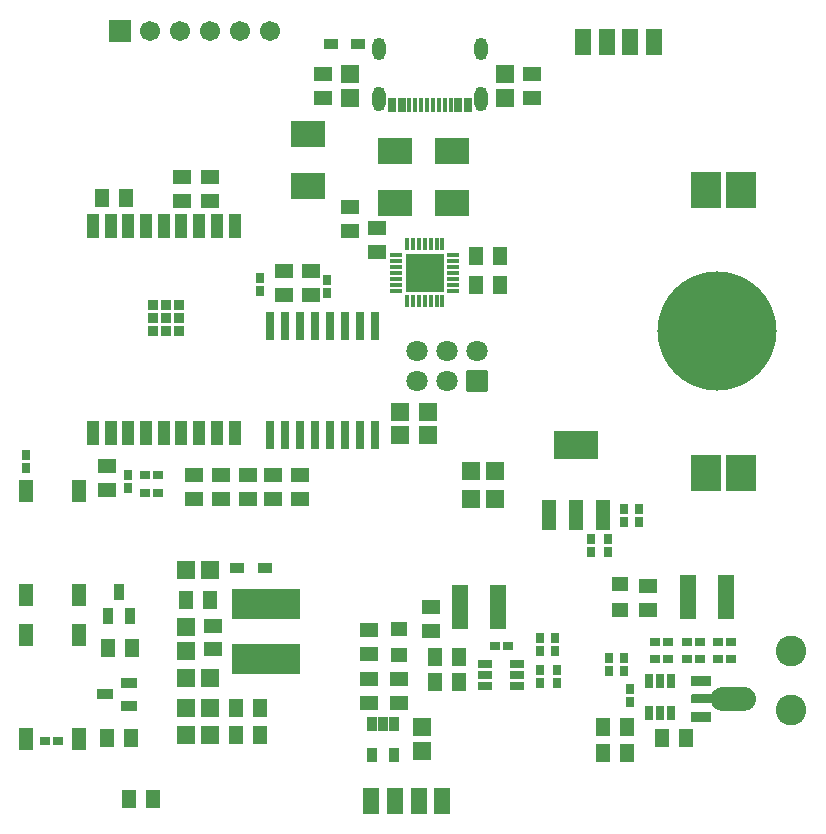
<source format=gts>
G04 Layer: TopSolderMaskLayer*
G04 EasyEDA v6.5.51, 2025-09-17 03:24:35*
G04 4f8a5b0b326d43f2b3a6dc604e954ae0,d57bd40a603b42be9e37e0d49851eb9c,10*
G04 Gerber Generator version 0.2*
G04 Scale: 100 percent, Rotated: No, Reflected: No *
G04 Dimensions in millimeters *
G04 leading zeros omitted , absolute positions ,4 integer and 5 decimal *
%FSLAX45Y45*%
%MOMM*%

%AMMACRO1*4,1,8,-0.8709,-0.9007,-0.9007,-0.8709,-0.9007,0.8709,-0.8709,0.9007,0.8709,0.9007,0.9007,0.8709,0.9007,-0.8709,0.8709,-0.9007,-0.8709,-0.9007,0*%
%AMMACRO2*4,1,8,-1.2707,-1.55,-1.3,-1.5207,-1.3,1.5207,-1.2707,1.55,1.2707,1.55,1.3,1.5207,1.3,-1.5207,1.2707,-1.55,-1.2707,-1.55,0*%
%AMMACRO3*4,1,8,-0.6961,-0.7558,-0.7258,-0.726,-0.7258,0.7261,-0.6961,0.7558,0.696,0.7558,0.7258,0.7261,0.7258,-0.726,0.696,-0.7558,-0.6961,-0.7558,0*%
%AMMACRO4*4,1,8,-0.7261,-0.7258,-0.7558,-0.696,-0.7558,0.6961,-0.7261,0.7258,0.726,0.7258,0.7558,0.6961,0.7558,-0.696,0.726,-0.7258,-0.7261,-0.7258,0*%
%AMMACRO5*4,1,8,-0.5211,-0.4258,-0.5508,-0.396,-0.5508,0.3961,-0.5211,0.4258,0.521,0.4258,0.5508,0.3961,0.5508,-0.396,0.521,-0.4258,-0.5211,-0.4258,0*%
%AMMACRO6*4,1,8,-1.3927,-1.1303,-1.4224,-1.1005,-1.4224,1.1006,-1.3927,1.1303,1.3926,1.1303,1.4224,1.1006,1.4224,-1.1005,1.3926,-1.1303,-1.3927,-1.1303,0*%
%AMMACRO7*4,1,8,-0.6711,-1.9008,-0.7008,-1.871,-0.7008,1.8711,-0.6711,1.9008,0.671,1.9008,0.7008,1.8711,0.7008,-1.871,0.671,-1.9008,-0.6711,-1.9008,0*%
%AMMACRO8*4,1,8,-0.9211,-0.9508,-0.9508,-0.921,-0.9508,0.9211,-0.9211,0.9508,0.921,0.9508,0.9508,0.9211,0.9508,-0.921,0.921,-0.9508,-0.9211,-0.9508,0*%
%AMMACRO9*4,1,8,-0.3711,-0.6758,-0.4008,-0.646,-0.4008,0.646,-0.3711,0.6758,0.371,0.6758,0.4008,0.646,0.4008,-0.646,0.371,-0.6758,-0.3711,-0.6758,0*%
%AMMACRO10*4,1,8,-0.646,-0.4008,-0.6758,-0.371,-0.6758,0.3711,-0.646,0.4008,0.646,0.4008,0.6758,0.3711,0.6758,-0.371,0.646,-0.4008,-0.646,-0.4008,0*%
%AMMACRO11*4,1,8,-0.7095,-0.6171,-0.7393,-0.5873,-0.7393,0.5873,-0.7095,0.6171,0.7095,0.6171,0.7393,0.5873,0.7393,-0.5873,0.7095,-0.6171,-0.7095,-0.6171,0*%
%AMMACRO12*4,1,8,-0.5873,-0.7393,-0.6171,-0.7095,-0.6171,0.7095,-0.5873,0.7393,0.5873,0.7393,0.6171,0.7095,0.6171,-0.7095,0.5873,-0.7393,-0.5873,-0.7393,0*%
%AMMACRO13*4,1,8,-0.6205,-1.1303,-0.6502,-1.1005,-0.6502,1.1006,-0.6205,1.1303,0.6205,1.1303,0.6502,1.1006,0.6502,-1.1005,0.6205,-1.1303,-0.6205,-1.1303,0*%
%AMMACRO14*4,1,8,-0.2911,-0.4458,-0.3208,-0.4161,-0.3208,0.4161,-0.2911,0.4458,0.291,0.4458,0.3208,0.4161,0.3208,-0.4161,0.291,-0.4458,-0.2911,-0.4458,0*%
%AMMACRO15*4,1,8,-0.4161,-0.3208,-0.4458,-0.291,-0.4458,0.2911,-0.4161,0.3208,0.4161,0.3208,0.4458,0.2911,0.4458,-0.291,0.4161,-0.3208,-0.4161,-0.3208,0*%
%AMMACRO16*4,1,8,-0.3211,-0.601,-0.351,-0.5711,-0.351,0.5711,-0.3211,0.601,0.3211,0.601,0.351,0.5711,0.351,-0.5711,0.3211,-0.601,-0.3211,-0.601,0*%
%AMMACRO17*4,1,8,-0.5711,-0.351,-0.601,-0.3211,-0.601,0.3211,-0.5711,0.351,0.5711,0.351,0.601,0.3211,0.601,-0.3211,0.5711,-0.351,-0.5711,-0.351,0*%
%AMMACRO18*4,1,8,-0.3711,-0.6008,-0.4008,-0.571,-0.4008,0.5711,-0.3711,0.6008,0.371,0.6008,0.4008,0.5711,0.4008,-0.571,0.371,-0.6008,-0.3711,-0.6008,0*%
%AMMACRO19*4,1,8,-0.5207,-1.05,-0.55,-1.0207,-0.55,1.0207,-0.5207,1.05,0.5207,1.05,0.55,1.0207,0.55,-1.0207,0.5207,-1.05,-0.5207,-1.05,0*%
%AMMACRO20*4,1,8,-0.3707,-0.4,-0.4,-0.3707,-0.4,0.3707,-0.3707,0.4,0.3707,0.4,0.4,0.3707,0.4,-0.3707,0.3707,-0.4,-0.3707,-0.4,0*%
%AMMACRO21*4,1,8,-0.646,-0.5508,-0.6758,-0.521,-0.6758,0.5211,-0.646,0.5508,0.646,0.5508,0.6758,0.5211,0.6758,-0.521,0.646,-0.5508,-0.646,-0.5508,0*%
%AMMACRO22*4,1,8,-0.3208,-1.1506,-0.3505,-1.1209,-0.3505,1.1209,-0.3208,1.1506,0.3208,1.1506,0.3505,1.1209,0.3505,-1.1209,0.3208,-1.1506,-0.3208,-1.1506,0*%
%AMMACRO23*4,1,8,-1.5961,-1.6258,-1.6258,-1.596,-1.6258,1.5961,-1.5961,1.6258,1.596,1.6258,1.6258,1.5961,1.6258,-1.596,1.596,-1.6258,-1.5961,-1.6258,0*%
%AMMACRO24*4,1,8,-0.8086,-0.3868,-0.8383,-0.357,-0.8383,0.357,-0.8086,0.3868,0.8085,0.3868,0.8383,0.357,0.8383,-0.357,0.8085,-0.3868,-0.8086,-0.3868,0*%
%AMMACRO25*4,1,8,-0.2711,-0.6208,-0.3008,-0.591,-0.3008,0.5911,-0.2711,0.6208,0.271,0.6208,0.3008,0.5911,0.3008,-0.591,0.271,-0.6208,-0.2711,-0.6208,0*%
%AMMACRO26*4,1,8,-0.1711,-0.6208,-0.2008,-0.591,-0.2008,0.5911,-0.1711,0.6208,0.171,0.6208,0.2008,0.5911,0.2008,-0.591,0.171,-0.6208,-0.1711,-0.6208,0*%
%AMMACRO27*4,1,8,-0.5711,-1.3008,-0.6008,-1.271,-0.6008,1.2711,-0.5711,1.3008,0.571,1.3008,0.6008,1.2711,0.6008,-1.271,0.571,-1.3008,-0.5711,-1.3008,0*%
%AMMACRO28*4,1,8,-1.8211,-1.2208,-1.8508,-1.191,-1.8508,1.1911,-1.8211,1.2208,1.821,1.2208,1.8508,1.1911,1.8508,-1.191,1.821,-1.2208,-1.8211,-1.2208,0*%
%AMMACRO29*4,1,8,-0.5211,-0.9508,-0.5508,-0.921,-0.5508,0.9211,-0.5211,0.9508,0.521,0.9508,0.5508,0.9211,0.5508,-0.921,0.521,-0.9508,-0.5211,-0.9508,0*%
%AMMACRO30*4,1,8,-2.8711,-1.3008,-2.9008,-1.271,-2.9008,1.2711,-2.8711,1.3008,2.871,1.3008,2.9008,1.2711,2.9008,-1.271,2.871,-1.3008,-2.8711,-1.3008,0*%
%ADD10C,1.8016*%
%ADD11MACRO1*%
%ADD12MACRO2*%
%ADD13C,10.1000*%
%ADD14MACRO3*%
%ADD15MACRO4*%
%ADD16C,0.0151*%
%ADD17C,2.6016*%
%ADD18MACRO5*%
%ADD19MACRO6*%
%ADD20MACRO7*%
%ADD21C,1.7016*%
%ADD22MACRO8*%
%ADD23MACRO9*%
%ADD24MACRO10*%
%ADD25MACRO11*%
%ADD26MACRO12*%
%ADD27MACRO13*%
%ADD28MACRO14*%
%ADD29MACRO15*%
%ADD30MACRO16*%
%ADD31MACRO17*%
%ADD32MACRO18*%
%ADD33MACRO19*%
%ADD34MACRO20*%
%ADD35MACRO21*%
%ADD36MACRO22*%
%ADD37O,0.38161X1.051611*%
%ADD38O,1.051611X0.38161*%
%ADD39MACRO23*%
%ADD40MACRO24*%
%ADD41MACRO25*%
%ADD42MACRO26*%
%ADD43O,1.101598X2.101596*%
%ADD44O,1.101598X1.901596*%
%ADD45MACRO27*%
%ADD46MACRO28*%
%ADD47MACRO29*%
%ADD48MACRO30*%

%LPD*%
D10*
G01*
X3517900Y-2895600D03*
G01*
X3517900Y-3149600D03*
G01*
X3771900Y-2895600D03*
G01*
X3771900Y-3149600D03*
G01*
X4025900Y-2895600D03*
D11*
G01*
X4025900Y-3149600D03*
D12*
G01*
X6258712Y-1530499D03*
D13*
G01*
X6057925Y-2730500D03*
D12*
G01*
X5958713Y-1530499D03*
G01*
X5958713Y-3930500D03*
G01*
X6258712Y-3930500D03*
D14*
G01*
X4260217Y-554685D03*
G01*
X4260217Y-754689D03*
G01*
X2952117Y-554685D03*
G01*
X2952117Y-754689D03*
D15*
G01*
X1563697Y-4749800D03*
G01*
X1763702Y-4749800D03*
D14*
G01*
X3556000Y-6084897D03*
G01*
X3556000Y-6284902D03*
G01*
X3613144Y-3611547D03*
G01*
X3613144Y-3411542D03*
G01*
X3371844Y-3611547D03*
G01*
X3371844Y-3411542D03*
D15*
G01*
X3976697Y-4152900D03*
G01*
X4176702Y-4152900D03*
G01*
X3976697Y-3911600D03*
G01*
X4176702Y-3911600D03*
G01*
X1563697Y-6146800D03*
G01*
X1763702Y-6146800D03*
G01*
X1563697Y-5918200D03*
G01*
X1763702Y-5918200D03*
G01*
X1563697Y-5664200D03*
G01*
X1763702Y-5664200D03*
D14*
G01*
X1562100Y-5434002D03*
G01*
X1562100Y-5233997D03*
D17*
G01*
X6680200Y-5439613D03*
G01*
X6680200Y-5939612D03*
D18*
G01*
X2225455Y-4737100D03*
G01*
X1990949Y-4737100D03*
G01*
X3018572Y-299087D03*
G01*
X2784067Y-299087D03*
D19*
G01*
X3810007Y-1201419D03*
G01*
X3810007Y-1643380D03*
G01*
X3327407Y-1201419D03*
G01*
X3327407Y-1643380D03*
D20*
G01*
X4198600Y-5067300D03*
G01*
X3878599Y-5067300D03*
D21*
G01*
X2273300Y-190500D03*
G01*
X2019300Y-190500D03*
G01*
X1765300Y-190500D03*
G01*
X1511300Y-190500D03*
G01*
X1257300Y-190500D03*
D22*
G01*
X1003300Y-190500D03*
D23*
G01*
X895603Y-5141899D03*
G01*
X1085594Y-5141899D03*
G01*
X990598Y-4941900D03*
D24*
G01*
X1077899Y-5898896D03*
G01*
X1077899Y-5708905D03*
G01*
X877900Y-5803901D03*
D25*
G01*
X2082800Y-4151304D03*
G01*
X2082800Y-3951295D03*
G01*
X1625600Y-3951295D03*
G01*
X1625600Y-4151304D03*
D26*
G01*
X903295Y-5410200D03*
G01*
X1103304Y-5410200D03*
D25*
G01*
X3111500Y-5678495D03*
G01*
X3111500Y-5878504D03*
D26*
G01*
X5294304Y-6299200D03*
G01*
X5094295Y-6299200D03*
D25*
G01*
X889000Y-3875095D03*
G01*
X889000Y-4075104D03*
D26*
G01*
X1090604Y-6172200D03*
G01*
X890595Y-6172200D03*
D25*
G01*
X5473700Y-5091104D03*
G01*
X5473700Y-4891095D03*
G01*
X3365500Y-5878504D03*
G01*
X3365500Y-5678495D03*
G01*
X1524000Y-1423995D03*
G01*
X1524000Y-1624004D03*
D26*
G01*
X5789604Y-6172200D03*
G01*
X5589595Y-6172200D03*
D25*
G01*
X1765300Y-1423995D03*
G01*
X1765300Y-1624004D03*
D26*
G01*
X5294304Y-6083300D03*
G01*
X5094295Y-6083300D03*
D25*
G01*
X2723517Y-554682D03*
G01*
X2723517Y-754692D03*
G01*
X4488817Y-754692D03*
G01*
X4488817Y-554682D03*
D26*
G01*
X1052504Y-1600200D03*
G01*
X852495Y-1600200D03*
D25*
G01*
X2298700Y-3951295D03*
G01*
X2298700Y-4151304D03*
G01*
X1854200Y-4151304D03*
G01*
X1854200Y-3951295D03*
G01*
X2527300Y-3951295D03*
G01*
X2527300Y-4151304D03*
D26*
G01*
X4214804Y-2095500D03*
G01*
X4014795Y-2095500D03*
G01*
X4214804Y-2336800D03*
G01*
X4014795Y-2336800D03*
D25*
G01*
X3632200Y-5268904D03*
G01*
X3632200Y-5068895D03*
G01*
X3175000Y-2055804D03*
G01*
X3175000Y-1855795D03*
G01*
X3111500Y-5259395D03*
G01*
X3111500Y-5459404D03*
D26*
G01*
X3671895Y-5702300D03*
G01*
X3871904Y-5702300D03*
D25*
G01*
X2946400Y-1878004D03*
G01*
X2946400Y-1677995D03*
D26*
G01*
X3871904Y-5486400D03*
G01*
X3671895Y-5486400D03*
D25*
G01*
X2387600Y-2424104D03*
G01*
X2387600Y-2224095D03*
D26*
G01*
X1281104Y-6692900D03*
G01*
X1081095Y-6692900D03*
D25*
G01*
X2616200Y-2224095D03*
G01*
X2616200Y-2424104D03*
D26*
G01*
X1982795Y-5918200D03*
G01*
X2182804Y-5918200D03*
G01*
X1982795Y-6146800D03*
G01*
X2182804Y-6146800D03*
D25*
G01*
X1784611Y-5224058D03*
G01*
X1784611Y-5424068D03*
D26*
G01*
X1763704Y-5003800D03*
G01*
X1563695Y-5003800D03*
D27*
G01*
X3129280Y-6705600D03*
G01*
X3329939Y-6705600D03*
G01*
X3530600Y-6705600D03*
G01*
X3728719Y-6705600D03*
G01*
X4919980Y-279400D03*
G01*
X5120639Y-279400D03*
G01*
X5321300Y-279400D03*
G01*
X5519419Y-279400D03*
D28*
G01*
X5321300Y-5762094D03*
G01*
X5321300Y-5871105D03*
D29*
G01*
X1324505Y-3949700D03*
G01*
X1215494Y-3949700D03*
G01*
X1324505Y-4102100D03*
G01*
X1215494Y-4102100D03*
G01*
X5533494Y-5359400D03*
G01*
X5642505Y-5359400D03*
G01*
X5534990Y-5506976D03*
G01*
X5644001Y-5506976D03*
D28*
G01*
X203200Y-3889905D03*
G01*
X203200Y-3780894D03*
G01*
X5270500Y-5495394D03*
G01*
X5270500Y-5604405D03*
G01*
X5143500Y-5495394D03*
G01*
X5143500Y-5604405D03*
G01*
X1066800Y-4055005D03*
G01*
X1066800Y-3945994D03*
D29*
G01*
X473605Y-6197600D03*
G01*
X364594Y-6197600D03*
G01*
X4283605Y-5397500D03*
G01*
X4174594Y-5397500D03*
D28*
G01*
X2755900Y-2294994D03*
G01*
X2755900Y-2404005D03*
G01*
X4559292Y-5439303D03*
G01*
X4559292Y-5330291D03*
G01*
X4686292Y-5439303D03*
G01*
X4686292Y-5330291D03*
G01*
X4699000Y-5596994D03*
G01*
X4699000Y-5706005D03*
G01*
X4559300Y-5596994D03*
G01*
X4559300Y-5706005D03*
D29*
G01*
X6066894Y-5359400D03*
G01*
X6175905Y-5359400D03*
G01*
X6068390Y-5506976D03*
G01*
X6177401Y-5506976D03*
G01*
X5909205Y-5359400D03*
G01*
X5800194Y-5359400D03*
G01*
X5910701Y-5505015D03*
G01*
X5801690Y-5505015D03*
D28*
G01*
X2184400Y-2282294D03*
G01*
X2184400Y-2391305D03*
D30*
G01*
X5480303Y-5694292D03*
G01*
X5575300Y-5694292D03*
G01*
X5670296Y-5694292D03*
G01*
X5670296Y-5964303D03*
G01*
X5575300Y-5964303D03*
G01*
X5480303Y-5964303D03*
D31*
G01*
X4364107Y-5543804D03*
G01*
X4364107Y-5638800D03*
G01*
X4364107Y-5733796D03*
G01*
X4094096Y-5733796D03*
G01*
X4094096Y-5638800D03*
G01*
X4094096Y-5543804D03*
D32*
G01*
X3320907Y-6055499D03*
G01*
X3225911Y-6055499D03*
G01*
X3130712Y-6055499D03*
G01*
X3130712Y-6314300D03*
G01*
X3320704Y-6314300D03*
D33*
G01*
X771601Y-3592804D03*
G01*
X921588Y-3592804D03*
G01*
X1071600Y-3592804D03*
G01*
X1221587Y-3592804D03*
G01*
X1371600Y-3592804D03*
G01*
X1521586Y-3592804D03*
G01*
X1671599Y-3592804D03*
G01*
X1821586Y-3592804D03*
G01*
X1971598Y-3592804D03*
G01*
X1971598Y-1842795D03*
G01*
X1821586Y-1842795D03*
G01*
X1671599Y-1842795D03*
G01*
X1521586Y-1842795D03*
G01*
X1371600Y-1842795D03*
G01*
X1221587Y-1842795D03*
G01*
X1071600Y-1842795D03*
G01*
X921588Y-1842795D03*
G01*
X771601Y-1842795D03*
D34*
G01*
X1281592Y-2731800D03*
G01*
X1391592Y-2731800D03*
G01*
X1501592Y-2731800D03*
G01*
X1281592Y-2621800D03*
G01*
X1391592Y-2621800D03*
G01*
X1501592Y-2621800D03*
G01*
X1501592Y-2511800D03*
G01*
X1391592Y-2511800D03*
G01*
X1281592Y-2511800D03*
D35*
G01*
X5232389Y-4868397D03*
G01*
X5232389Y-5088412D03*
G01*
X3365510Y-5469402D03*
G01*
X3365510Y-5249387D03*
D36*
G01*
X3035300Y-2689859D03*
G01*
X2781300Y-3609340D03*
G01*
X3162300Y-2689859D03*
G01*
X2908300Y-2689859D03*
G01*
X2781300Y-2689859D03*
G01*
X2908300Y-3609340D03*
G01*
X2654300Y-3609340D03*
G01*
X2527300Y-3609340D03*
G01*
X2527300Y-2689859D03*
G01*
X2273300Y-3609340D03*
G01*
X2654300Y-2689859D03*
G01*
X2400300Y-2689859D03*
G01*
X2400300Y-3609340D03*
G01*
X2273300Y-2689859D03*
G01*
X3035300Y-3609340D03*
G01*
X3162300Y-3609340D03*
D37*
G01*
X3731539Y-1992706D03*
G01*
X3681475Y-1992706D03*
G01*
X3631463Y-1992706D03*
G01*
X3581425Y-1992706D03*
G01*
X3531387Y-1992706D03*
G01*
X3481324Y-1992706D03*
G01*
X3431311Y-1992706D03*
D38*
G01*
X3338906Y-2085086D03*
G01*
X3338906Y-2135123D03*
G01*
X3338906Y-2185162D03*
G01*
X3338906Y-2235200D03*
G01*
X3338906Y-2285237D03*
G01*
X3338906Y-2335276D03*
G01*
X3338906Y-2385313D03*
D37*
G01*
X3431311Y-2477719D03*
G01*
X3481324Y-2477719D03*
G01*
X3531387Y-2477719D03*
G01*
X3581425Y-2477719D03*
G01*
X3631463Y-2477719D03*
G01*
X3681475Y-2477719D03*
G01*
X3731539Y-2477719D03*
D38*
G01*
X3823893Y-2385313D03*
G01*
X3823893Y-2335276D03*
G01*
X3823893Y-2285237D03*
G01*
X3823893Y-2235200D03*
G01*
X3823893Y-2185162D03*
G01*
X3823893Y-2135123D03*
G01*
X3823893Y-2085086D03*
D39*
G01*
X3581412Y-2235187D03*
G36*
X6100803Y-5942883D02*
G01*
X6100683Y-5942881D01*
X6096231Y-5942774D01*
X6096000Y-5942764D01*
X6091557Y-5942451D01*
X6091323Y-5942431D01*
X6086899Y-5941910D01*
X6086668Y-5941877D01*
X6082273Y-5941151D01*
X6082040Y-5941105D01*
X6077684Y-5940170D01*
X6077458Y-5940117D01*
X6073152Y-5938982D01*
X6072926Y-5938916D01*
X6068677Y-5937580D01*
X6068456Y-5937504D01*
X6064275Y-5935969D01*
X6064054Y-5935883D01*
X6059949Y-5934153D01*
X6059738Y-5934059D01*
X6055718Y-5932142D01*
X6055507Y-5932035D01*
X6051583Y-5929929D01*
X6051379Y-5929812D01*
X6047557Y-5927524D01*
X6047359Y-5927399D01*
X6043648Y-5924936D01*
X6043457Y-5924804D01*
X6039865Y-5922170D01*
X6039678Y-5922025D01*
X6036216Y-5919226D01*
X6036035Y-5919073D01*
X6032705Y-5916112D01*
X6032535Y-5915952D01*
X6029350Y-5912840D01*
X6029187Y-5912675D01*
X6026150Y-5909416D01*
X6025992Y-5909241D01*
X6023112Y-5905845D01*
X6022964Y-5905662D01*
X6020247Y-5902134D01*
X6020109Y-5901944D01*
X6017559Y-5898291D01*
X6017427Y-5898095D01*
X6015052Y-5894329D01*
X6014933Y-5894128D01*
X6012736Y-5890252D01*
X6012627Y-5890046D01*
X6010612Y-5886074D01*
X6010508Y-5885855D01*
X6010414Y-5885632D01*
X6010330Y-5885403D01*
X6010259Y-5885169D01*
X6010198Y-5884933D01*
X6009266Y-5880884D01*
X5843516Y-5880884D01*
X5843026Y-5880862D01*
X5842541Y-5880788D01*
X5842063Y-5880668D01*
X5841601Y-5880503D01*
X5841159Y-5880295D01*
X5840737Y-5880041D01*
X5840343Y-5879749D01*
X5839980Y-5879419D01*
X5839650Y-5879056D01*
X5839358Y-5878662D01*
X5839104Y-5878240D01*
X5838896Y-5877798D01*
X5838731Y-5877336D01*
X5838611Y-5876858D01*
X5838537Y-5876373D01*
X5838515Y-5875883D01*
X5838515Y-5809884D01*
X5838537Y-5809394D01*
X5838611Y-5808908D01*
X5838731Y-5808431D01*
X5838896Y-5807969D01*
X5839104Y-5807527D01*
X5839358Y-5807105D01*
X5839650Y-5806711D01*
X5839980Y-5806348D01*
X5840343Y-5806018D01*
X5840737Y-5805726D01*
X5841159Y-5805472D01*
X5841601Y-5805263D01*
X5842063Y-5805098D01*
X5842541Y-5804979D01*
X5843026Y-5804905D01*
X5843516Y-5804882D01*
X6009266Y-5804882D01*
X6010198Y-5800829D01*
X6010259Y-5800592D01*
X6010330Y-5800361D01*
X6010414Y-5800130D01*
X6010508Y-5799907D01*
X6010612Y-5799688D01*
X6012627Y-5795716D01*
X6012736Y-5795510D01*
X6014933Y-5791634D01*
X6015052Y-5791433D01*
X6017427Y-5787666D01*
X6017559Y-5787471D01*
X6020109Y-5783818D01*
X6020247Y-5783628D01*
X6022964Y-5780100D01*
X6023112Y-5779917D01*
X6025992Y-5776521D01*
X6026150Y-5776346D01*
X6029187Y-5773087D01*
X6029350Y-5772922D01*
X6032535Y-5769810D01*
X6032705Y-5769650D01*
X6036035Y-5766688D01*
X6036216Y-5766536D01*
X6039678Y-5763737D01*
X6039865Y-5763592D01*
X6043457Y-5760958D01*
X6043648Y-5760826D01*
X6047359Y-5758362D01*
X6047557Y-5758238D01*
X6051379Y-5755949D01*
X6051583Y-5755833D01*
X6055507Y-5753727D01*
X6055718Y-5753620D01*
X6059738Y-5751703D01*
X6059949Y-5751609D01*
X6064054Y-5749879D01*
X6064275Y-5749792D01*
X6068456Y-5748258D01*
X6068677Y-5748182D01*
X6072926Y-5746846D01*
X6073152Y-5746780D01*
X6077458Y-5745645D01*
X6077684Y-5745591D01*
X6082040Y-5744657D01*
X6082273Y-5744611D01*
X6086668Y-5743884D01*
X6086899Y-5743851D01*
X6091323Y-5743331D01*
X6091557Y-5743310D01*
X6096000Y-5742998D01*
X6096231Y-5742988D01*
X6100683Y-5742881D01*
X6100803Y-5742879D01*
X6286223Y-5742879D01*
X6286342Y-5742881D01*
X6290795Y-5742988D01*
X6291026Y-5742998D01*
X6295468Y-5743310D01*
X6295702Y-5743331D01*
X6300127Y-5743851D01*
X6300358Y-5743884D01*
X6304752Y-5744611D01*
X6304986Y-5744657D01*
X6309342Y-5745591D01*
X6309568Y-5745645D01*
X6313873Y-5746780D01*
X6314099Y-5746846D01*
X6318349Y-5748182D01*
X6318570Y-5748258D01*
X6322750Y-5749792D01*
X6322971Y-5749879D01*
X6327076Y-5751609D01*
X6327287Y-5751703D01*
X6331308Y-5753620D01*
X6331518Y-5753727D01*
X6335443Y-5755833D01*
X6335646Y-5755949D01*
X6339469Y-5758238D01*
X6339667Y-5758362D01*
X6343378Y-5760826D01*
X6343568Y-5760958D01*
X6347160Y-5763592D01*
X6347348Y-5763737D01*
X6350810Y-5766536D01*
X6350990Y-5766688D01*
X6354320Y-5769650D01*
X6354490Y-5769810D01*
X6357675Y-5772922D01*
X6357838Y-5773087D01*
X6360876Y-5776346D01*
X6361033Y-5776521D01*
X6363914Y-5779917D01*
X6364061Y-5780100D01*
X6366779Y-5783628D01*
X6366916Y-5783818D01*
X6369466Y-5787471D01*
X6369598Y-5787666D01*
X6371973Y-5791433D01*
X6372092Y-5791634D01*
X6374290Y-5795510D01*
X6374399Y-5795716D01*
X6376413Y-5799688D01*
X6376515Y-5799902D01*
X6378338Y-5803966D01*
X6378430Y-5804179D01*
X6380063Y-5808322D01*
X6380144Y-5808545D01*
X6381579Y-5812762D01*
X6381650Y-5812983D01*
X6382887Y-5817262D01*
X6382946Y-5817491D01*
X6383980Y-5821824D01*
X6384028Y-5822053D01*
X6384858Y-5826427D01*
X6384899Y-5826658D01*
X6385524Y-5831070D01*
X6385549Y-5831304D01*
X6385966Y-5835738D01*
X6385984Y-5835972D01*
X6386192Y-5840420D01*
X6386197Y-5840653D01*
X6386197Y-5845108D01*
X6386192Y-5845342D01*
X6385984Y-5849790D01*
X6385966Y-5850023D01*
X6385549Y-5854458D01*
X6385524Y-5854692D01*
X6384899Y-5859104D01*
X6384858Y-5859335D01*
X6384028Y-5863709D01*
X6383980Y-5863937D01*
X6382946Y-5868271D01*
X6382887Y-5868499D01*
X6381650Y-5872779D01*
X6381579Y-5873000D01*
X6380144Y-5877217D01*
X6380063Y-5877440D01*
X6378430Y-5881583D01*
X6378338Y-5881796D01*
X6376515Y-5885860D01*
X6376413Y-5886074D01*
X6374399Y-5890046D01*
X6374290Y-5890252D01*
X6372092Y-5894128D01*
X6371973Y-5894329D01*
X6369598Y-5898095D01*
X6369466Y-5898291D01*
X6366916Y-5901944D01*
X6366779Y-5902134D01*
X6364061Y-5905662D01*
X6363914Y-5905845D01*
X6361033Y-5909241D01*
X6360876Y-5909416D01*
X6357838Y-5912675D01*
X6357675Y-5912840D01*
X6354490Y-5915952D01*
X6354320Y-5916112D01*
X6350990Y-5919073D01*
X6350810Y-5919226D01*
X6347348Y-5922025D01*
X6347160Y-5922170D01*
X6343568Y-5924804D01*
X6343378Y-5924936D01*
X6339667Y-5927399D01*
X6339469Y-5927524D01*
X6335646Y-5929812D01*
X6335443Y-5929929D01*
X6331518Y-5932035D01*
X6331308Y-5932142D01*
X6327287Y-5934059D01*
X6327076Y-5934153D01*
X6322971Y-5935883D01*
X6322750Y-5935969D01*
X6318570Y-5937504D01*
X6318349Y-5937580D01*
X6314099Y-5938916D01*
X6313873Y-5938982D01*
X6309568Y-5940117D01*
X6309342Y-5940170D01*
X6304986Y-5941105D01*
X6304752Y-5941151D01*
X6300358Y-5941877D01*
X6300127Y-5941910D01*
X6295702Y-5942431D01*
X6295468Y-5942451D01*
X6291026Y-5942764D01*
X6290795Y-5942774D01*
X6286342Y-5942881D01*
X6286223Y-5942883D01*
G37*
D40*
G01*
X5922271Y-5992012D03*
G01*
X5922271Y-5692013D03*
D41*
G01*
X3305218Y-816815D03*
G01*
X3385218Y-816815D03*
D42*
G01*
X3450210Y-816803D03*
G01*
X3500248Y-816904D03*
G01*
X3550210Y-816803D03*
G01*
X3600222Y-816803D03*
G01*
X3650209Y-816803D03*
G01*
X3700222Y-816803D03*
G01*
X3750209Y-816803D03*
G01*
X3800222Y-816904D03*
D41*
G01*
X3865217Y-816815D03*
G01*
X3945218Y-816815D03*
D43*
G01*
X4057218Y-760069D03*
G01*
X3193211Y-760095D03*
D44*
G01*
X3193211Y-340080D03*
G01*
X4057218Y-340080D03*
D20*
G01*
X6129000Y-4978400D03*
G01*
X5808999Y-4978400D03*
D19*
G01*
X2590792Y-1503680D03*
G01*
X2590792Y-1061719D03*
D45*
G01*
X5094098Y-4284800D03*
G01*
X4864101Y-4284800D03*
G01*
X4634104Y-4284800D03*
D46*
G01*
X4864100Y-3690797D03*
D28*
G01*
X4991100Y-4601105D03*
G01*
X4991100Y-4492094D03*
G01*
X5130800Y-4601105D03*
G01*
X5130800Y-4492094D03*
G01*
X5270500Y-4347105D03*
G01*
X5270500Y-4238094D03*
G01*
X5397500Y-4347105D03*
G01*
X5397500Y-4238094D03*
D47*
G01*
X656800Y-4081213D03*
G01*
X206799Y-4081213D03*
G01*
X656800Y-4961211D03*
G01*
X206799Y-4961211D03*
G01*
X206799Y-6180411D03*
G01*
X656800Y-6180411D03*
G01*
X206799Y-5300413D03*
G01*
X656800Y-5300413D03*
D48*
G01*
X2236468Y-5505500D03*
G01*
X2233929Y-5035499D03*
M02*

</source>
